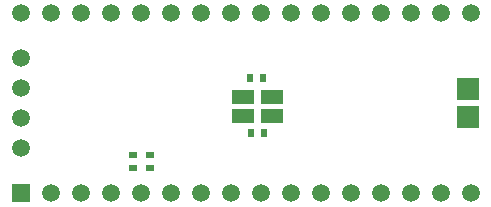
<source format=gbs>
G04 EAGLE Gerber RS-274X export*
G75*
%MOMM*%
%FSLAX34Y34*%
%LPD*%
%INSolder Mask bottom*%
%IPPOS*%
%AMOC8*
5,1,8,0,0,1.08239X$1,22.5*%
G01*
%ADD10R,0.600000X0.700000*%
%ADD11R,0.700000X0.600000*%
%ADD12R,1.500000X1.500000*%
%ADD13C,1.500000*%
%ADD14R,1.900000X1.900000*%
%ADD15R,1.900000X1.200000*%


D10*
X206590Y110490D03*
X217590Y110490D03*
X218860Y63500D03*
X207860Y63500D03*
D11*
X121920Y33870D03*
X121920Y44870D03*
X107950Y33870D03*
X107950Y44870D03*
D12*
X12700Y12700D03*
D13*
X38100Y12700D03*
X63500Y12700D03*
X88900Y12700D03*
X114300Y12700D03*
X139700Y12700D03*
X165100Y12700D03*
X190500Y12700D03*
X215900Y12700D03*
X241300Y12700D03*
X266700Y12700D03*
X292100Y12700D03*
X317500Y12700D03*
X342900Y12700D03*
X368300Y12700D03*
X393700Y12700D03*
X393700Y165100D03*
X368300Y165100D03*
X342900Y165100D03*
X317500Y165100D03*
X292100Y165100D03*
X266700Y165100D03*
X241300Y165100D03*
X215900Y165100D03*
X190500Y165100D03*
X165100Y165100D03*
X139700Y165100D03*
X114300Y165100D03*
X88900Y165100D03*
X63500Y165100D03*
X38100Y165100D03*
X12700Y165100D03*
D14*
X391160Y76900D03*
X391160Y100900D03*
D13*
X12700Y127000D03*
X12700Y101600D03*
X12700Y76200D03*
X12700Y50800D03*
D15*
X200760Y94360D03*
X225960Y94360D03*
X225960Y78360D03*
X200760Y78360D03*
M02*

</source>
